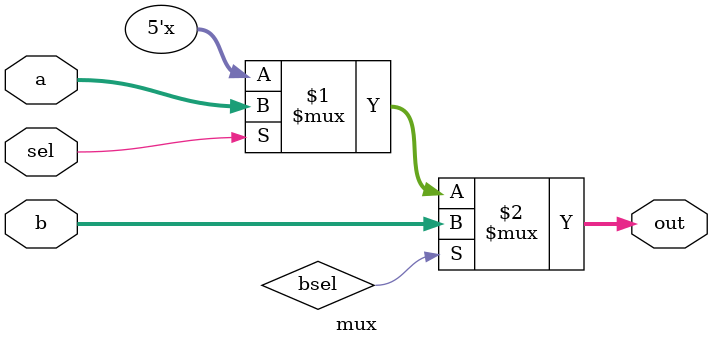
<source format=v>
module mux( 
input [4:0] a, b,
input sel,
output [4:0] out );
// When sel=0, assign a to out. 
// When sel=1, assign b to out. 
assign out = bsel? b : sel? a : 5'bxxxxx;
endmodule

</source>
